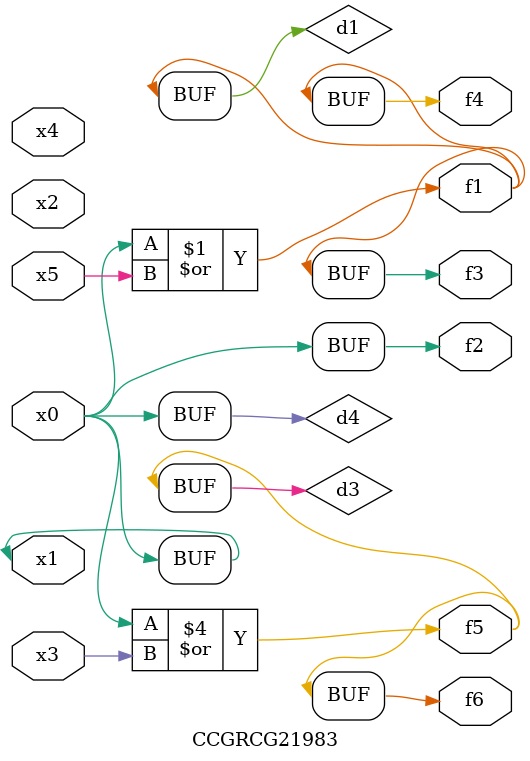
<source format=v>
module CCGRCG21983(
	input x0, x1, x2, x3, x4, x5,
	output f1, f2, f3, f4, f5, f6
);

	wire d1, d2, d3, d4;

	or (d1, x0, x5);
	xnor (d2, x1, x4);
	or (d3, x0, x3);
	buf (d4, x0, x1);
	assign f1 = d1;
	assign f2 = d4;
	assign f3 = d1;
	assign f4 = d1;
	assign f5 = d3;
	assign f6 = d3;
endmodule

</source>
